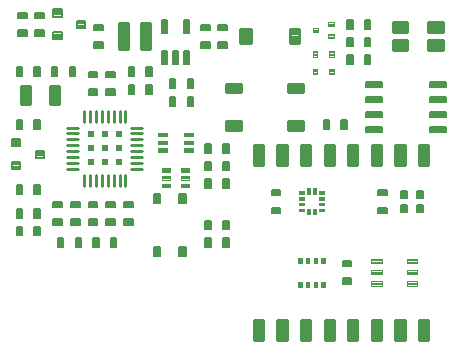
<source format=gbr>
G04 EAGLE Gerber RS-274X export*
G75*
%MOMM*%
%FSLAX34Y34*%
%LPD*%
%INSolderpaste Top*%
%IPPOS*%
%AMOC8*
5,1,8,0,0,1.08239X$1,22.5*%
G01*
%ADD10C,0.150000*%
%ADD11C,0.125000*%
%ADD12C,0.275000*%
%ADD13C,0.262500*%
%ADD14C,0.300000*%
%ADD15C,0.200000*%
%ADD16C,0.175000*%
%ADD17C,0.250000*%
%ADD18C,0.087500*%
%ADD19C,0.100000*%
%ADD20C,0.137500*%
%ADD21C,0.260000*%
%ADD22R,0.600000X0.600000*%
%ADD23C,0.062500*%
%ADD24C,0.162500*%


D10*
X71250Y220250D02*
X71250Y224750D01*
X78750Y224750D01*
X78750Y220250D01*
X71250Y220250D01*
X71250Y221675D02*
X78750Y221675D01*
X78750Y223100D02*
X71250Y223100D01*
X71250Y224525D02*
X78750Y224525D01*
X71250Y235250D02*
X71250Y239750D01*
X78750Y239750D01*
X78750Y235250D01*
X71250Y235250D01*
X71250Y236675D02*
X78750Y236675D01*
X78750Y238100D02*
X71250Y238100D01*
X71250Y239525D02*
X78750Y239525D01*
X76250Y260250D02*
X76250Y264750D01*
X83750Y264750D01*
X83750Y260250D01*
X76250Y260250D01*
X76250Y261675D02*
X83750Y261675D01*
X83750Y263100D02*
X76250Y263100D01*
X76250Y264525D02*
X83750Y264525D01*
X76250Y275250D02*
X76250Y279750D01*
X83750Y279750D01*
X83750Y275250D01*
X76250Y275250D01*
X76250Y276675D02*
X83750Y276675D01*
X83750Y278100D02*
X76250Y278100D01*
X76250Y279525D02*
X83750Y279525D01*
X173750Y279750D02*
X173750Y275250D01*
X166250Y275250D01*
X166250Y279750D01*
X173750Y279750D01*
X173750Y276675D02*
X166250Y276675D01*
X166250Y278100D02*
X173750Y278100D01*
X173750Y279525D02*
X166250Y279525D01*
X173750Y264750D02*
X173750Y260250D01*
X166250Y260250D01*
X166250Y264750D01*
X173750Y264750D01*
X173750Y261675D02*
X166250Y261675D01*
X166250Y263100D02*
X173750Y263100D01*
X173750Y264525D02*
X166250Y264525D01*
X188750Y275250D02*
X188750Y279750D01*
X188750Y275250D02*
X181250Y275250D01*
X181250Y279750D01*
X188750Y279750D01*
X188750Y276675D02*
X181250Y276675D01*
X181250Y278100D02*
X188750Y278100D01*
X188750Y279525D02*
X181250Y279525D01*
X188750Y264750D02*
X188750Y260250D01*
X181250Y260250D01*
X181250Y264750D01*
X188750Y264750D01*
X188750Y261675D02*
X181250Y261675D01*
X181250Y263100D02*
X188750Y263100D01*
X188750Y264525D02*
X181250Y264525D01*
X185250Y106250D02*
X189750Y106250D01*
X185250Y106250D02*
X185250Y113750D01*
X189750Y113750D01*
X189750Y106250D01*
X189750Y107675D02*
X185250Y107675D01*
X185250Y109100D02*
X189750Y109100D01*
X189750Y110525D02*
X185250Y110525D01*
X185250Y111950D02*
X189750Y111950D01*
X189750Y113375D02*
X185250Y113375D01*
X174750Y106250D02*
X170250Y106250D01*
X170250Y113750D01*
X174750Y113750D01*
X174750Y106250D01*
X174750Y107675D02*
X170250Y107675D01*
X170250Y109100D02*
X174750Y109100D01*
X174750Y110525D02*
X170250Y110525D01*
X170250Y111950D02*
X174750Y111950D01*
X174750Y113375D02*
X170250Y113375D01*
X185250Y91250D02*
X189750Y91250D01*
X185250Y91250D02*
X185250Y98750D01*
X189750Y98750D01*
X189750Y91250D01*
X189750Y92675D02*
X185250Y92675D01*
X185250Y94100D02*
X189750Y94100D01*
X189750Y95525D02*
X185250Y95525D01*
X185250Y96950D02*
X189750Y96950D01*
X189750Y98375D02*
X185250Y98375D01*
X174750Y91250D02*
X170250Y91250D01*
X170250Y98750D01*
X174750Y98750D01*
X174750Y91250D01*
X174750Y92675D02*
X170250Y92675D01*
X170250Y94100D02*
X174750Y94100D01*
X174750Y95525D02*
X170250Y95525D01*
X170250Y96950D02*
X174750Y96950D01*
X174750Y98375D02*
X170250Y98375D01*
X59750Y236250D02*
X55250Y236250D01*
X55250Y243750D01*
X59750Y243750D01*
X59750Y236250D01*
X59750Y237675D02*
X55250Y237675D01*
X55250Y239100D02*
X59750Y239100D01*
X59750Y240525D02*
X55250Y240525D01*
X55250Y241950D02*
X59750Y241950D01*
X59750Y243375D02*
X55250Y243375D01*
X44750Y236250D02*
X40250Y236250D01*
X40250Y243750D01*
X44750Y243750D01*
X44750Y236250D01*
X44750Y237675D02*
X40250Y237675D01*
X40250Y239100D02*
X44750Y239100D01*
X44750Y240525D02*
X40250Y240525D01*
X40250Y241950D02*
X44750Y241950D01*
X44750Y243375D02*
X40250Y243375D01*
X48750Y129750D02*
X48750Y125250D01*
X41250Y125250D01*
X41250Y129750D01*
X48750Y129750D01*
X48750Y126675D02*
X41250Y126675D01*
X41250Y128100D02*
X48750Y128100D01*
X48750Y129525D02*
X41250Y129525D01*
X48750Y114750D02*
X48750Y110250D01*
X41250Y110250D01*
X41250Y114750D01*
X48750Y114750D01*
X48750Y111675D02*
X41250Y111675D01*
X41250Y113100D02*
X48750Y113100D01*
X48750Y114525D02*
X41250Y114525D01*
X63750Y125250D02*
X63750Y129750D01*
X63750Y125250D02*
X56250Y125250D01*
X56250Y129750D01*
X63750Y129750D01*
X63750Y126675D02*
X56250Y126675D01*
X56250Y128100D02*
X63750Y128100D01*
X63750Y129525D02*
X56250Y129525D01*
X63750Y114750D02*
X63750Y110250D01*
X56250Y110250D01*
X56250Y114750D01*
X63750Y114750D01*
X63750Y111675D02*
X56250Y111675D01*
X56250Y113100D02*
X63750Y113100D01*
X63750Y114525D02*
X56250Y114525D01*
X14750Y243750D02*
X10250Y243750D01*
X14750Y243750D02*
X14750Y236250D01*
X10250Y236250D01*
X10250Y243750D01*
X10250Y237675D02*
X14750Y237675D01*
X14750Y239100D02*
X10250Y239100D01*
X10250Y240525D02*
X14750Y240525D01*
X14750Y241950D02*
X10250Y241950D01*
X10250Y243375D02*
X14750Y243375D01*
X25250Y243750D02*
X29750Y243750D01*
X29750Y236250D01*
X25250Y236250D01*
X25250Y243750D01*
X25250Y237675D02*
X29750Y237675D01*
X29750Y239100D02*
X25250Y239100D01*
X25250Y240525D02*
X29750Y240525D01*
X29750Y241950D02*
X25250Y241950D01*
X25250Y243375D02*
X29750Y243375D01*
X86250Y224750D02*
X86250Y220250D01*
X86250Y224750D02*
X93750Y224750D01*
X93750Y220250D01*
X86250Y220250D01*
X86250Y221675D02*
X93750Y221675D01*
X93750Y223100D02*
X86250Y223100D01*
X86250Y224525D02*
X93750Y224525D01*
X86250Y235250D02*
X86250Y239750D01*
X93750Y239750D01*
X93750Y235250D01*
X86250Y235250D01*
X86250Y236675D02*
X93750Y236675D01*
X93750Y238100D02*
X86250Y238100D01*
X86250Y239525D02*
X93750Y239525D01*
X120250Y221250D02*
X124750Y221250D01*
X120250Y221250D02*
X120250Y228750D01*
X124750Y228750D01*
X124750Y221250D01*
X124750Y222675D02*
X120250Y222675D01*
X120250Y224100D02*
X124750Y224100D01*
X124750Y225525D02*
X120250Y225525D01*
X120250Y226950D02*
X124750Y226950D01*
X124750Y228375D02*
X120250Y228375D01*
X109750Y221250D02*
X105250Y221250D01*
X105250Y228750D01*
X109750Y228750D01*
X109750Y221250D01*
X109750Y222675D02*
X105250Y222675D01*
X105250Y224100D02*
X109750Y224100D01*
X109750Y225525D02*
X105250Y225525D01*
X105250Y226950D02*
X109750Y226950D01*
X109750Y228375D02*
X105250Y228375D01*
X11250Y270250D02*
X11250Y274750D01*
X18750Y274750D01*
X18750Y270250D01*
X11250Y270250D01*
X11250Y271675D02*
X18750Y271675D01*
X18750Y273100D02*
X11250Y273100D01*
X11250Y274525D02*
X18750Y274525D01*
X11250Y285250D02*
X11250Y289750D01*
X18750Y289750D01*
X18750Y285250D01*
X11250Y285250D01*
X11250Y286675D02*
X18750Y286675D01*
X18750Y288100D02*
X11250Y288100D01*
X11250Y289525D02*
X18750Y289525D01*
X26250Y274750D02*
X26250Y270250D01*
X26250Y274750D02*
X33750Y274750D01*
X33750Y270250D01*
X26250Y270250D01*
X26250Y271675D02*
X33750Y271675D01*
X33750Y273100D02*
X26250Y273100D01*
X26250Y274525D02*
X33750Y274525D01*
X26250Y285250D02*
X26250Y289750D01*
X33750Y289750D01*
X33750Y285250D01*
X26250Y285250D01*
X26250Y286675D02*
X33750Y286675D01*
X33750Y288100D02*
X26250Y288100D01*
X26250Y289525D02*
X33750Y289525D01*
D11*
X275125Y257375D02*
X278875Y257375D01*
X278875Y252625D01*
X275125Y252625D01*
X275125Y257375D01*
X275125Y253812D02*
X278875Y253812D01*
X278875Y254999D02*
X275125Y254999D01*
X275125Y256186D02*
X278875Y256186D01*
X278875Y257373D02*
X275125Y257373D01*
X264875Y257375D02*
X261125Y257375D01*
X264875Y257375D02*
X264875Y252625D01*
X261125Y252625D01*
X261125Y257375D01*
X261125Y253812D02*
X264875Y253812D01*
X264875Y254999D02*
X261125Y254999D01*
X261125Y256186D02*
X264875Y256186D01*
X264875Y257373D02*
X261125Y257373D01*
X275125Y242375D02*
X278875Y242375D01*
X278875Y237625D01*
X275125Y237625D01*
X275125Y242375D01*
X275125Y238812D02*
X278875Y238812D01*
X278875Y239999D02*
X275125Y239999D01*
X275125Y241186D02*
X278875Y241186D01*
X278875Y242373D02*
X275125Y242373D01*
X264875Y242375D02*
X261125Y242375D01*
X264875Y242375D02*
X264875Y237625D01*
X261125Y237625D01*
X261125Y242375D01*
X261125Y238812D02*
X264875Y238812D01*
X264875Y239999D02*
X261125Y239999D01*
X261125Y241186D02*
X264875Y241186D01*
X264875Y242373D02*
X261125Y242373D01*
D12*
X341125Y273375D02*
X341125Y281625D01*
X341125Y273375D02*
X328875Y273375D01*
X328875Y281625D01*
X341125Y281625D01*
X341125Y275987D02*
X328875Y275987D01*
X328875Y278599D02*
X341125Y278599D01*
X341125Y281211D02*
X328875Y281211D01*
X341125Y266625D02*
X341125Y258375D01*
X328875Y258375D01*
X328875Y266625D01*
X341125Y266625D01*
X341125Y260987D02*
X328875Y260987D01*
X328875Y263599D02*
X341125Y263599D01*
X341125Y266211D02*
X328875Y266211D01*
X371125Y266625D02*
X371125Y258375D01*
X358875Y258375D01*
X358875Y266625D01*
X371125Y266625D01*
X371125Y260987D02*
X358875Y260987D01*
X358875Y263599D02*
X371125Y263599D01*
X371125Y266211D02*
X358875Y266211D01*
X371125Y273375D02*
X371125Y281625D01*
X371125Y273375D02*
X358875Y273375D01*
X358875Y281625D01*
X371125Y281625D01*
X371125Y275987D02*
X358875Y275987D01*
X358875Y278599D02*
X371125Y278599D01*
X371125Y281211D02*
X358875Y281211D01*
D10*
X78750Y129750D02*
X78750Y125250D01*
X71250Y125250D01*
X71250Y129750D01*
X78750Y129750D01*
X78750Y126675D02*
X71250Y126675D01*
X71250Y128100D02*
X78750Y128100D01*
X78750Y129525D02*
X71250Y129525D01*
X78750Y114750D02*
X78750Y110250D01*
X71250Y110250D01*
X71250Y114750D01*
X78750Y114750D01*
X78750Y111675D02*
X71250Y111675D01*
X71250Y113100D02*
X78750Y113100D01*
X78750Y114525D02*
X71250Y114525D01*
D13*
X96812Y259312D02*
X104688Y259312D01*
X96812Y259312D02*
X96812Y280688D01*
X104688Y280688D01*
X104688Y259312D01*
X104688Y261806D02*
X96812Y261806D01*
X96812Y264300D02*
X104688Y264300D01*
X104688Y266794D02*
X96812Y266794D01*
X96812Y269288D02*
X104688Y269288D01*
X104688Y271782D02*
X96812Y271782D01*
X96812Y274276D02*
X104688Y274276D01*
X104688Y276770D02*
X96812Y276770D01*
X96812Y279264D02*
X104688Y279264D01*
X115312Y259312D02*
X123188Y259312D01*
X115312Y259312D02*
X115312Y280688D01*
X123188Y280688D01*
X123188Y259312D01*
X123188Y261806D02*
X115312Y261806D01*
X115312Y264300D02*
X123188Y264300D01*
X123188Y266794D02*
X115312Y266794D01*
X115312Y269288D02*
X123188Y269288D01*
X123188Y271782D02*
X115312Y271782D01*
X115312Y274276D02*
X123188Y274276D01*
X123188Y276770D02*
X115312Y276770D01*
X115312Y279264D02*
X123188Y279264D01*
D14*
X200000Y264500D02*
X209000Y264500D01*
X200000Y264500D02*
X200000Y275500D01*
X209000Y275500D01*
X209000Y264500D01*
X209000Y267350D02*
X200000Y267350D01*
X200000Y270200D02*
X209000Y270200D01*
X209000Y273050D02*
X200000Y273050D01*
D12*
X241375Y264375D02*
X249625Y264375D01*
X241375Y264375D02*
X241375Y275625D01*
X249625Y275625D01*
X249625Y264375D01*
X249625Y266987D02*
X241375Y266987D01*
X241375Y269599D02*
X249625Y269599D01*
X249625Y272211D02*
X241375Y272211D01*
X241375Y274823D02*
X249625Y274823D01*
D15*
X48500Y286500D02*
X41500Y286500D01*
X41500Y292500D01*
X48500Y292500D01*
X48500Y286500D01*
X48500Y288400D02*
X41500Y288400D01*
X41500Y290300D02*
X48500Y290300D01*
X48500Y292200D02*
X41500Y292200D01*
X41500Y267500D02*
X48500Y267500D01*
X41500Y267500D02*
X41500Y273500D01*
X48500Y273500D01*
X48500Y267500D01*
X48500Y269400D02*
X41500Y269400D01*
X41500Y271300D02*
X48500Y271300D01*
X48500Y273200D02*
X41500Y273200D01*
X61500Y277000D02*
X68500Y277000D01*
X61500Y277000D02*
X61500Y283000D01*
X68500Y283000D01*
X68500Y277000D01*
X68500Y278900D02*
X61500Y278900D01*
X61500Y280800D02*
X68500Y280800D01*
X68500Y282700D02*
X61500Y282700D01*
D11*
X278875Y271875D02*
X278875Y268125D01*
X274125Y268125D01*
X274125Y271875D01*
X278875Y271875D01*
X278875Y269312D02*
X274125Y269312D01*
X274125Y270499D02*
X278875Y270499D01*
X278875Y271686D02*
X274125Y271686D01*
X278875Y278125D02*
X278875Y281875D01*
X278875Y278125D02*
X274125Y278125D01*
X274125Y281875D01*
X278875Y281875D01*
X278875Y279312D02*
X274125Y279312D01*
X274125Y280499D02*
X278875Y280499D01*
X278875Y281686D02*
X274125Y281686D01*
X265875Y276875D02*
X265875Y273125D01*
X261125Y273125D01*
X261125Y276875D01*
X265875Y276875D01*
X265875Y274312D02*
X261125Y274312D01*
X261125Y275499D02*
X265875Y275499D01*
X265875Y276686D02*
X261125Y276686D01*
D10*
X29750Y191250D02*
X25250Y191250D01*
X25250Y198750D01*
X29750Y198750D01*
X29750Y191250D01*
X29750Y192675D02*
X25250Y192675D01*
X25250Y194100D02*
X29750Y194100D01*
X29750Y195525D02*
X25250Y195525D01*
X25250Y196950D02*
X29750Y196950D01*
X29750Y198375D02*
X25250Y198375D01*
X14750Y191250D02*
X10250Y191250D01*
X10250Y198750D01*
X14750Y198750D01*
X14750Y191250D01*
X14750Y192675D02*
X10250Y192675D01*
X10250Y194100D02*
X14750Y194100D01*
X14750Y195525D02*
X10250Y195525D01*
X10250Y196950D02*
X14750Y196950D01*
X14750Y198375D02*
X10250Y198375D01*
X170250Y148750D02*
X174750Y148750D01*
X174750Y141250D01*
X170250Y141250D01*
X170250Y148750D01*
X170250Y142675D02*
X174750Y142675D01*
X174750Y144100D02*
X170250Y144100D01*
X170250Y145525D02*
X174750Y145525D01*
X174750Y146950D02*
X170250Y146950D01*
X170250Y148375D02*
X174750Y148375D01*
X185250Y148750D02*
X189750Y148750D01*
X189750Y141250D01*
X185250Y141250D01*
X185250Y148750D01*
X185250Y142675D02*
X189750Y142675D01*
X189750Y144100D02*
X185250Y144100D01*
X185250Y145525D02*
X189750Y145525D01*
X189750Y146950D02*
X185250Y146950D01*
X185250Y148375D02*
X189750Y148375D01*
X93750Y129750D02*
X93750Y125250D01*
X86250Y125250D01*
X86250Y129750D01*
X93750Y129750D01*
X93750Y126675D02*
X86250Y126675D01*
X86250Y128100D02*
X93750Y128100D01*
X93750Y129525D02*
X86250Y129525D01*
X93750Y114750D02*
X93750Y110250D01*
X86250Y110250D01*
X86250Y114750D01*
X93750Y114750D01*
X93750Y111675D02*
X86250Y111675D01*
X86250Y113100D02*
X93750Y113100D01*
X93750Y114525D02*
X86250Y114525D01*
X108750Y125250D02*
X108750Y129750D01*
X108750Y125250D02*
X101250Y125250D01*
X101250Y129750D01*
X108750Y129750D01*
X108750Y126675D02*
X101250Y126675D01*
X101250Y128100D02*
X108750Y128100D01*
X108750Y129525D02*
X101250Y129525D01*
X108750Y114750D02*
X108750Y110250D01*
X101250Y110250D01*
X101250Y114750D01*
X108750Y114750D01*
X108750Y111675D02*
X101250Y111675D01*
X101250Y113100D02*
X108750Y113100D01*
X108750Y114525D02*
X101250Y114525D01*
X79750Y98750D02*
X75250Y98750D01*
X79750Y98750D02*
X79750Y91250D01*
X75250Y91250D01*
X75250Y98750D01*
X75250Y92675D02*
X79750Y92675D01*
X79750Y94100D02*
X75250Y94100D01*
X75250Y95525D02*
X79750Y95525D01*
X79750Y96950D02*
X75250Y96950D01*
X75250Y98375D02*
X79750Y98375D01*
X90250Y98750D02*
X94750Y98750D01*
X94750Y91250D01*
X90250Y91250D01*
X90250Y98750D01*
X90250Y92675D02*
X94750Y92675D01*
X94750Y94100D02*
X90250Y94100D01*
X90250Y95525D02*
X94750Y95525D01*
X94750Y96950D02*
X90250Y96950D01*
X90250Y98375D02*
X94750Y98375D01*
X64750Y91250D02*
X60250Y91250D01*
X60250Y98750D01*
X64750Y98750D01*
X64750Y91250D01*
X64750Y92675D02*
X60250Y92675D01*
X60250Y94100D02*
X64750Y94100D01*
X64750Y95525D02*
X60250Y95525D01*
X60250Y96950D02*
X64750Y96950D01*
X64750Y98375D02*
X60250Y98375D01*
X49750Y91250D02*
X45250Y91250D01*
X45250Y98750D01*
X49750Y98750D01*
X49750Y91250D01*
X49750Y92675D02*
X45250Y92675D01*
X45250Y94100D02*
X49750Y94100D01*
X49750Y95525D02*
X45250Y95525D01*
X45250Y96950D02*
X49750Y96950D01*
X49750Y98375D02*
X45250Y98375D01*
X290250Y253750D02*
X294750Y253750D01*
X294750Y246250D01*
X290250Y246250D01*
X290250Y253750D01*
X290250Y247675D02*
X294750Y247675D01*
X294750Y249100D02*
X290250Y249100D01*
X290250Y250525D02*
X294750Y250525D01*
X294750Y251950D02*
X290250Y251950D01*
X290250Y253375D02*
X294750Y253375D01*
X305250Y253750D02*
X309750Y253750D01*
X309750Y246250D01*
X305250Y246250D01*
X305250Y253750D01*
X305250Y247675D02*
X309750Y247675D01*
X309750Y249100D02*
X305250Y249100D01*
X305250Y250525D02*
X309750Y250525D01*
X309750Y251950D02*
X305250Y251950D01*
X305250Y253375D02*
X309750Y253375D01*
X309750Y276250D02*
X305250Y276250D01*
X305250Y283750D01*
X309750Y283750D01*
X309750Y276250D01*
X309750Y277675D02*
X305250Y277675D01*
X305250Y279100D02*
X309750Y279100D01*
X309750Y280525D02*
X305250Y280525D01*
X305250Y281950D02*
X309750Y281950D01*
X309750Y283375D02*
X305250Y283375D01*
X294750Y276250D02*
X290250Y276250D01*
X290250Y283750D01*
X294750Y283750D01*
X294750Y276250D01*
X294750Y277675D02*
X290250Y277675D01*
X290250Y279100D02*
X294750Y279100D01*
X294750Y280525D02*
X290250Y280525D01*
X290250Y281950D02*
X294750Y281950D01*
X294750Y283375D02*
X290250Y283375D01*
X305250Y261250D02*
X309750Y261250D01*
X305250Y261250D02*
X305250Y268750D01*
X309750Y268750D01*
X309750Y261250D01*
X309750Y262675D02*
X305250Y262675D01*
X305250Y264100D02*
X309750Y264100D01*
X309750Y265525D02*
X305250Y265525D01*
X305250Y266950D02*
X309750Y266950D01*
X309750Y268375D02*
X305250Y268375D01*
X294750Y261250D02*
X290250Y261250D01*
X290250Y268750D01*
X294750Y268750D01*
X294750Y261250D01*
X294750Y262675D02*
X290250Y262675D01*
X290250Y264100D02*
X294750Y264100D01*
X294750Y265525D02*
X290250Y265525D01*
X290250Y266950D02*
X294750Y266950D01*
X294750Y268375D02*
X290250Y268375D01*
X124750Y236250D02*
X120250Y236250D01*
X120250Y243750D01*
X124750Y243750D01*
X124750Y236250D01*
X124750Y237675D02*
X120250Y237675D01*
X120250Y239100D02*
X124750Y239100D01*
X124750Y240525D02*
X120250Y240525D01*
X120250Y241950D02*
X124750Y241950D01*
X124750Y243375D02*
X120250Y243375D01*
X109750Y236250D02*
X105250Y236250D01*
X105250Y243750D01*
X109750Y243750D01*
X109750Y236250D01*
X109750Y237675D02*
X105250Y237675D01*
X105250Y239100D02*
X109750Y239100D01*
X109750Y240525D02*
X105250Y240525D01*
X105250Y241950D02*
X109750Y241950D01*
X109750Y243375D02*
X105250Y243375D01*
X140050Y218350D02*
X144550Y218350D01*
X144550Y210850D01*
X140050Y210850D01*
X140050Y218350D01*
X140050Y212275D02*
X144550Y212275D01*
X144550Y213700D02*
X140050Y213700D01*
X140050Y215125D02*
X144550Y215125D01*
X144550Y216550D02*
X140050Y216550D01*
X140050Y217975D02*
X144550Y217975D01*
X155050Y218350D02*
X159550Y218350D01*
X159550Y210850D01*
X155050Y210850D01*
X155050Y218350D01*
X155050Y212275D02*
X159550Y212275D01*
X159550Y213700D02*
X155050Y213700D01*
X155050Y215125D02*
X159550Y215125D01*
X159550Y216550D02*
X155050Y216550D01*
X155050Y217975D02*
X159550Y217975D01*
X270250Y198750D02*
X274750Y198750D01*
X274750Y191250D01*
X270250Y191250D01*
X270250Y198750D01*
X270250Y192675D02*
X274750Y192675D01*
X274750Y194100D02*
X270250Y194100D01*
X270250Y195525D02*
X274750Y195525D01*
X274750Y196950D02*
X270250Y196950D01*
X270250Y198375D02*
X274750Y198375D01*
X285250Y198750D02*
X289750Y198750D01*
X289750Y191250D01*
X285250Y191250D01*
X285250Y198750D01*
X285250Y192675D02*
X289750Y192675D01*
X289750Y194100D02*
X285250Y194100D01*
X285250Y195525D02*
X289750Y195525D01*
X289750Y196950D02*
X285250Y196950D01*
X285250Y198375D02*
X289750Y198375D01*
X14750Y123750D02*
X10250Y123750D01*
X14750Y123750D02*
X14750Y116250D01*
X10250Y116250D01*
X10250Y123750D01*
X10250Y117675D02*
X14750Y117675D01*
X14750Y119100D02*
X10250Y119100D01*
X10250Y120525D02*
X14750Y120525D01*
X14750Y121950D02*
X10250Y121950D01*
X10250Y123375D02*
X14750Y123375D01*
X25250Y123750D02*
X29750Y123750D01*
X29750Y116250D01*
X25250Y116250D01*
X25250Y123750D01*
X25250Y117675D02*
X29750Y117675D01*
X29750Y119100D02*
X25250Y119100D01*
X25250Y120525D02*
X29750Y120525D01*
X29750Y121950D02*
X25250Y121950D01*
X25250Y123375D02*
X29750Y123375D01*
X14750Y108750D02*
X10250Y108750D01*
X14750Y108750D02*
X14750Y101250D01*
X10250Y101250D01*
X10250Y108750D01*
X10250Y102675D02*
X14750Y102675D01*
X14750Y104100D02*
X10250Y104100D01*
X10250Y105525D02*
X14750Y105525D01*
X14750Y106950D02*
X10250Y106950D01*
X10250Y108375D02*
X14750Y108375D01*
X25250Y108750D02*
X29750Y108750D01*
X29750Y101250D01*
X25250Y101250D01*
X25250Y108750D01*
X25250Y102675D02*
X29750Y102675D01*
X29750Y104100D02*
X25250Y104100D01*
X25250Y105525D02*
X29750Y105525D01*
X29750Y106950D02*
X25250Y106950D01*
X25250Y108375D02*
X29750Y108375D01*
X185250Y171250D02*
X189750Y171250D01*
X185250Y171250D02*
X185250Y178750D01*
X189750Y178750D01*
X189750Y171250D01*
X189750Y172675D02*
X185250Y172675D01*
X185250Y174100D02*
X189750Y174100D01*
X189750Y175525D02*
X185250Y175525D01*
X185250Y176950D02*
X189750Y176950D01*
X189750Y178375D02*
X185250Y178375D01*
X174750Y171250D02*
X170250Y171250D01*
X170250Y178750D01*
X174750Y178750D01*
X174750Y171250D01*
X174750Y172675D02*
X170250Y172675D01*
X170250Y174100D02*
X174750Y174100D01*
X174750Y175525D02*
X170250Y175525D01*
X170250Y176950D02*
X174750Y176950D01*
X174750Y178375D02*
X170250Y178375D01*
X144750Y233750D02*
X140250Y233750D01*
X144750Y233750D02*
X144750Y226250D01*
X140250Y226250D01*
X140250Y233750D01*
X140250Y227675D02*
X144750Y227675D01*
X144750Y229100D02*
X140250Y229100D01*
X140250Y230525D02*
X144750Y230525D01*
X144750Y231950D02*
X140250Y231950D01*
X140250Y233375D02*
X144750Y233375D01*
X155250Y233750D02*
X159750Y233750D01*
X159750Y226250D01*
X155250Y226250D01*
X155250Y233750D01*
X155250Y227675D02*
X159750Y227675D01*
X159750Y229100D02*
X155250Y229100D01*
X155250Y230525D02*
X159750Y230525D01*
X159750Y231950D02*
X155250Y231950D01*
X155250Y233375D02*
X159750Y233375D01*
X170250Y163750D02*
X174750Y163750D01*
X174750Y156250D01*
X170250Y156250D01*
X170250Y163750D01*
X170250Y157675D02*
X174750Y157675D01*
X174750Y159100D02*
X170250Y159100D01*
X170250Y160525D02*
X174750Y160525D01*
X174750Y161950D02*
X170250Y161950D01*
X170250Y163375D02*
X174750Y163375D01*
X185250Y163750D02*
X189750Y163750D01*
X189750Y156250D01*
X185250Y156250D01*
X185250Y163750D01*
X185250Y157675D02*
X189750Y157675D01*
X189750Y159100D02*
X185250Y159100D01*
X185250Y160525D02*
X189750Y160525D01*
X189750Y161950D02*
X185250Y161950D01*
X185250Y163375D02*
X189750Y163375D01*
D16*
X153375Y91625D02*
X153375Y83375D01*
X148125Y83375D01*
X148125Y91625D01*
X153375Y91625D01*
X153375Y85037D02*
X148125Y85037D01*
X148125Y86699D02*
X153375Y86699D01*
X153375Y88361D02*
X148125Y88361D01*
X148125Y90023D02*
X153375Y90023D01*
X153375Y128375D02*
X153375Y136625D01*
X153375Y128375D02*
X148125Y128375D01*
X148125Y136625D01*
X153375Y136625D01*
X153375Y130037D02*
X148125Y130037D01*
X148125Y131699D02*
X153375Y131699D01*
X153375Y133361D02*
X148125Y133361D01*
X148125Y135023D02*
X153375Y135023D01*
X131875Y136625D02*
X131875Y128375D01*
X126625Y128375D01*
X126625Y136625D01*
X131875Y136625D01*
X131875Y130037D02*
X126625Y130037D01*
X126625Y131699D02*
X131875Y131699D01*
X131875Y133361D02*
X126625Y133361D01*
X126625Y135023D02*
X131875Y135023D01*
X131875Y91625D02*
X131875Y83375D01*
X126625Y83375D01*
X126625Y91625D01*
X131875Y91625D01*
X131875Y85037D02*
X126625Y85037D01*
X126625Y86699D02*
X131875Y86699D01*
X131875Y88361D02*
X126625Y88361D01*
X126625Y90023D02*
X131875Y90023D01*
D17*
X187250Y190250D02*
X200250Y190250D01*
X187250Y190250D02*
X187250Y197750D01*
X200250Y197750D01*
X200250Y190250D01*
X200250Y192625D02*
X187250Y192625D01*
X187250Y195000D02*
X200250Y195000D01*
X200250Y197375D02*
X187250Y197375D01*
X239750Y190250D02*
X252750Y190250D01*
X239750Y190250D02*
X239750Y197750D01*
X252750Y197750D01*
X252750Y190250D01*
X252750Y192625D02*
X239750Y192625D01*
X239750Y195000D02*
X252750Y195000D01*
X252750Y197375D02*
X239750Y197375D01*
X239750Y222250D02*
X252750Y222250D01*
X239750Y222250D02*
X239750Y229750D01*
X252750Y229750D01*
X252750Y222250D01*
X252750Y224625D02*
X239750Y224625D01*
X239750Y227000D02*
X252750Y227000D01*
X252750Y229375D02*
X239750Y229375D01*
X200250Y222250D02*
X187250Y222250D01*
X187250Y229750D01*
X200250Y229750D01*
X200250Y222250D01*
X200250Y224625D02*
X187250Y224625D01*
X187250Y227000D02*
X200250Y227000D01*
X200250Y229375D02*
X187250Y229375D01*
D18*
X130187Y187813D02*
X130187Y185187D01*
X130187Y187813D02*
X137813Y187813D01*
X137813Y185187D01*
X130187Y185187D01*
X130187Y186018D02*
X137813Y186018D01*
X137813Y186849D02*
X130187Y186849D01*
X130187Y187680D02*
X137813Y187680D01*
X130187Y181313D02*
X130187Y178687D01*
X130187Y181313D02*
X137813Y181313D01*
X137813Y178687D01*
X130187Y178687D01*
X130187Y179518D02*
X137813Y179518D01*
X137813Y180349D02*
X130187Y180349D01*
X130187Y181180D02*
X137813Y181180D01*
X130187Y174813D02*
X130187Y172187D01*
X130187Y174813D02*
X137813Y174813D01*
X137813Y172187D01*
X130187Y172187D01*
X130187Y173018D02*
X137813Y173018D01*
X137813Y173849D02*
X130187Y173849D01*
X130187Y174680D02*
X137813Y174680D01*
X152187Y174813D02*
X152187Y172187D01*
X152187Y174813D02*
X159813Y174813D01*
X159813Y172187D01*
X152187Y172187D01*
X152187Y173018D02*
X159813Y173018D01*
X159813Y173849D02*
X152187Y173849D01*
X152187Y174680D02*
X159813Y174680D01*
X152187Y178687D02*
X152187Y181313D01*
X159813Y181313D01*
X159813Y178687D01*
X152187Y178687D01*
X152187Y179518D02*
X159813Y179518D01*
X159813Y180349D02*
X152187Y180349D01*
X152187Y181180D02*
X159813Y181180D01*
X152187Y185187D02*
X152187Y187813D01*
X159813Y187813D01*
X159813Y185187D01*
X152187Y185187D01*
X152187Y186018D02*
X159813Y186018D01*
X159813Y186849D02*
X152187Y186849D01*
X152187Y187680D02*
X159813Y187680D01*
D19*
X133500Y158000D02*
X133500Y155000D01*
X133500Y158000D02*
X140500Y158000D01*
X140500Y155000D01*
X133500Y155000D01*
X133500Y155950D02*
X140500Y155950D01*
X140500Y156900D02*
X133500Y156900D01*
X133500Y157850D02*
X140500Y157850D01*
X133500Y151500D02*
X133500Y148500D01*
X133500Y151500D02*
X140500Y151500D01*
X140500Y148500D01*
X133500Y148500D01*
X133500Y149450D02*
X140500Y149450D01*
X140500Y150400D02*
X133500Y150400D01*
X133500Y151350D02*
X140500Y151350D01*
X133500Y145000D02*
X133500Y142000D01*
X133500Y145000D02*
X140500Y145000D01*
X140500Y142000D01*
X133500Y142000D01*
X133500Y142950D02*
X140500Y142950D01*
X140500Y143900D02*
X133500Y143900D01*
X133500Y144850D02*
X140500Y144850D01*
X149500Y145000D02*
X149500Y142000D01*
X149500Y145000D02*
X156500Y145000D01*
X156500Y142000D01*
X149500Y142000D01*
X149500Y142950D02*
X156500Y142950D01*
X156500Y143900D02*
X149500Y143900D01*
X149500Y144850D02*
X156500Y144850D01*
X149500Y148500D02*
X149500Y151500D01*
X156500Y151500D01*
X156500Y148500D01*
X149500Y148500D01*
X149500Y149450D02*
X156500Y149450D01*
X156500Y150400D02*
X149500Y150400D01*
X149500Y151350D02*
X156500Y151350D01*
X149500Y155000D02*
X149500Y158000D01*
X156500Y158000D01*
X156500Y155000D01*
X149500Y155000D01*
X149500Y155950D02*
X156500Y155950D01*
X156500Y156900D02*
X149500Y156900D01*
X149500Y157850D02*
X156500Y157850D01*
D20*
X137563Y246686D02*
X133437Y246686D01*
X133437Y257312D01*
X137563Y257312D01*
X137563Y246686D01*
X137563Y247992D02*
X133437Y247992D01*
X133437Y249298D02*
X137563Y249298D01*
X137563Y250604D02*
X133437Y250604D01*
X133437Y251910D02*
X137563Y251910D01*
X137563Y253216D02*
X133437Y253216D01*
X133437Y254522D02*
X137563Y254522D01*
X137563Y255828D02*
X133437Y255828D01*
X133437Y257134D02*
X137563Y257134D01*
X142937Y246686D02*
X147063Y246686D01*
X142937Y246686D02*
X142937Y257312D01*
X147063Y257312D01*
X147063Y246686D01*
X147063Y247992D02*
X142937Y247992D01*
X142937Y249298D02*
X147063Y249298D01*
X147063Y250604D02*
X142937Y250604D01*
X142937Y251910D02*
X147063Y251910D01*
X147063Y253216D02*
X142937Y253216D01*
X142937Y254522D02*
X147063Y254522D01*
X147063Y255828D02*
X142937Y255828D01*
X142937Y257134D02*
X147063Y257134D01*
X152437Y246686D02*
X156563Y246686D01*
X152437Y246686D02*
X152437Y257312D01*
X156563Y257312D01*
X156563Y246686D01*
X156563Y247992D02*
X152437Y247992D01*
X152437Y249298D02*
X156563Y249298D01*
X156563Y250604D02*
X152437Y250604D01*
X152437Y251910D02*
X156563Y251910D01*
X156563Y253216D02*
X152437Y253216D01*
X152437Y254522D02*
X156563Y254522D01*
X156563Y255828D02*
X152437Y255828D01*
X152437Y257134D02*
X156563Y257134D01*
X156563Y272688D02*
X152437Y272688D01*
X152437Y283314D01*
X156563Y283314D01*
X156563Y272688D01*
X156563Y273994D02*
X152437Y273994D01*
X152437Y275300D02*
X156563Y275300D01*
X156563Y276606D02*
X152437Y276606D01*
X152437Y277912D02*
X156563Y277912D01*
X156563Y279218D02*
X152437Y279218D01*
X152437Y280524D02*
X156563Y280524D01*
X156563Y281830D02*
X152437Y281830D01*
X152437Y283136D02*
X156563Y283136D01*
X137563Y272688D02*
X133437Y272688D01*
X133437Y283314D01*
X137563Y283314D01*
X137563Y272688D01*
X137563Y273994D02*
X133437Y273994D01*
X133437Y275300D02*
X137563Y275300D01*
X137563Y276606D02*
X133437Y276606D01*
X133437Y277912D02*
X137563Y277912D01*
X137563Y279218D02*
X133437Y279218D01*
X133437Y280524D02*
X137563Y280524D01*
X137563Y281830D02*
X133437Y281830D01*
X133437Y283136D02*
X137563Y283136D01*
D21*
X62700Y192500D02*
X53300Y192500D01*
X107300Y157500D02*
X116700Y157500D01*
X67500Y152700D02*
X67500Y143300D01*
X102500Y197300D02*
X102500Y206700D01*
X62700Y187500D02*
X53300Y187500D01*
X107300Y162500D02*
X116700Y162500D01*
X72500Y152700D02*
X72500Y143300D01*
X97500Y197300D02*
X97500Y206700D01*
X62700Y182500D02*
X53300Y182500D01*
X107300Y167500D02*
X116700Y167500D01*
X77500Y152700D02*
X77500Y143300D01*
X92500Y197300D02*
X92500Y206700D01*
X62700Y177500D02*
X53300Y177500D01*
X107300Y172500D02*
X116700Y172500D01*
X82500Y152700D02*
X82500Y143300D01*
X87500Y197300D02*
X87500Y206700D01*
X62700Y172500D02*
X53300Y172500D01*
X107300Y177500D02*
X116700Y177500D01*
X87500Y152700D02*
X87500Y143300D01*
X82500Y197300D02*
X82500Y206700D01*
X62700Y167500D02*
X53300Y167500D01*
X107300Y182500D02*
X116700Y182500D01*
X92500Y152700D02*
X92500Y143300D01*
X77500Y197300D02*
X77500Y206700D01*
X62700Y162500D02*
X53300Y162500D01*
X107300Y187500D02*
X116700Y187500D01*
X97500Y152700D02*
X97500Y143300D01*
X72500Y197300D02*
X72500Y206700D01*
X62700Y157500D02*
X53300Y157500D01*
X107300Y192500D02*
X116700Y192500D01*
X102500Y152700D02*
X102500Y143300D01*
X67500Y197300D02*
X67500Y206700D01*
D22*
X85000Y175000D03*
X85000Y187000D03*
X97000Y187000D03*
X97000Y175000D03*
X97000Y163000D03*
X85000Y163000D03*
X73000Y163000D03*
X73000Y175000D03*
X73000Y187000D03*
D10*
X306000Y214100D02*
X306000Y218600D01*
X320000Y218600D01*
X320000Y214100D01*
X306000Y214100D01*
X306000Y215525D02*
X320000Y215525D01*
X320000Y216950D02*
X306000Y216950D01*
X306000Y218375D02*
X320000Y218375D01*
X360000Y218600D02*
X360000Y214100D01*
X360000Y218600D02*
X374000Y218600D01*
X374000Y214100D01*
X360000Y214100D01*
X360000Y215525D02*
X374000Y215525D01*
X374000Y216950D02*
X360000Y216950D01*
X360000Y218375D02*
X374000Y218375D01*
X306000Y226800D02*
X306000Y231300D01*
X320000Y231300D01*
X320000Y226800D01*
X306000Y226800D01*
X306000Y228225D02*
X320000Y228225D01*
X320000Y229650D02*
X306000Y229650D01*
X306000Y231075D02*
X320000Y231075D01*
X306000Y205900D02*
X306000Y201400D01*
X306000Y205900D02*
X320000Y205900D01*
X320000Y201400D01*
X306000Y201400D01*
X306000Y202825D02*
X320000Y202825D01*
X320000Y204250D02*
X306000Y204250D01*
X306000Y205675D02*
X320000Y205675D01*
X306000Y193200D02*
X306000Y188700D01*
X306000Y193200D02*
X320000Y193200D01*
X320000Y188700D01*
X306000Y188700D01*
X306000Y190125D02*
X320000Y190125D01*
X320000Y191550D02*
X306000Y191550D01*
X306000Y192975D02*
X320000Y192975D01*
X360000Y226800D02*
X360000Y231300D01*
X374000Y231300D01*
X374000Y226800D01*
X360000Y226800D01*
X360000Y228225D02*
X374000Y228225D01*
X374000Y229650D02*
X360000Y229650D01*
X360000Y231075D02*
X374000Y231075D01*
X360000Y205900D02*
X360000Y201400D01*
X360000Y205900D02*
X374000Y205900D01*
X374000Y201400D01*
X360000Y201400D01*
X360000Y202825D02*
X374000Y202825D01*
X374000Y204250D02*
X360000Y204250D01*
X360000Y205675D02*
X374000Y205675D01*
X360000Y193200D02*
X360000Y188700D01*
X360000Y193200D02*
X374000Y193200D01*
X374000Y188700D01*
X360000Y188700D01*
X360000Y190125D02*
X374000Y190125D01*
X374000Y191550D02*
X360000Y191550D01*
X360000Y192975D02*
X374000Y192975D01*
D17*
X46250Y227750D02*
X38750Y227750D01*
X46250Y227750D02*
X46250Y212250D01*
X38750Y212250D01*
X38750Y227750D01*
X38750Y214625D02*
X46250Y214625D01*
X46250Y217000D02*
X38750Y217000D01*
X38750Y219375D02*
X46250Y219375D01*
X46250Y221750D02*
X38750Y221750D01*
X38750Y224125D02*
X46250Y224125D01*
X46250Y226500D02*
X38750Y226500D01*
X21250Y227750D02*
X13750Y227750D01*
X21250Y227750D02*
X21250Y212250D01*
X13750Y212250D01*
X13750Y227750D01*
X13750Y214625D02*
X21250Y214625D01*
X21250Y217000D02*
X13750Y217000D01*
X13750Y219375D02*
X21250Y219375D01*
X21250Y221750D02*
X13750Y221750D01*
X13750Y224125D02*
X21250Y224125D01*
X21250Y226500D02*
X13750Y226500D01*
D13*
X351062Y177438D02*
X351062Y160562D01*
X351062Y177438D02*
X358938Y177438D01*
X358938Y160562D01*
X351062Y160562D01*
X351062Y163056D02*
X358938Y163056D01*
X358938Y165550D02*
X351062Y165550D01*
X351062Y168044D02*
X358938Y168044D01*
X358938Y170538D02*
X351062Y170538D01*
X351062Y173032D02*
X358938Y173032D01*
X358938Y175526D02*
X351062Y175526D01*
X331062Y177438D02*
X331062Y160562D01*
X331062Y177438D02*
X338938Y177438D01*
X338938Y160562D01*
X331062Y160562D01*
X331062Y163056D02*
X338938Y163056D01*
X338938Y165550D02*
X331062Y165550D01*
X331062Y168044D02*
X338938Y168044D01*
X338938Y170538D02*
X331062Y170538D01*
X331062Y173032D02*
X338938Y173032D01*
X338938Y175526D02*
X331062Y175526D01*
X311062Y177438D02*
X311062Y160562D01*
X311062Y177438D02*
X318938Y177438D01*
X318938Y160562D01*
X311062Y160562D01*
X311062Y163056D02*
X318938Y163056D01*
X318938Y165550D02*
X311062Y165550D01*
X311062Y168044D02*
X318938Y168044D01*
X318938Y170538D02*
X311062Y170538D01*
X311062Y173032D02*
X318938Y173032D01*
X318938Y175526D02*
X311062Y175526D01*
X291062Y177438D02*
X291062Y160562D01*
X291062Y177438D02*
X298938Y177438D01*
X298938Y160562D01*
X291062Y160562D01*
X291062Y163056D02*
X298938Y163056D01*
X298938Y165550D02*
X291062Y165550D01*
X291062Y168044D02*
X298938Y168044D01*
X298938Y170538D02*
X291062Y170538D01*
X291062Y173032D02*
X298938Y173032D01*
X298938Y175526D02*
X291062Y175526D01*
X271062Y177438D02*
X271062Y160562D01*
X271062Y177438D02*
X278938Y177438D01*
X278938Y160562D01*
X271062Y160562D01*
X271062Y163056D02*
X278938Y163056D01*
X278938Y165550D02*
X271062Y165550D01*
X271062Y168044D02*
X278938Y168044D01*
X278938Y170538D02*
X271062Y170538D01*
X271062Y173032D02*
X278938Y173032D01*
X278938Y175526D02*
X271062Y175526D01*
X251062Y177438D02*
X251062Y160562D01*
X251062Y177438D02*
X258938Y177438D01*
X258938Y160562D01*
X251062Y160562D01*
X251062Y163056D02*
X258938Y163056D01*
X258938Y165550D02*
X251062Y165550D01*
X251062Y168044D02*
X258938Y168044D01*
X258938Y170538D02*
X251062Y170538D01*
X251062Y173032D02*
X258938Y173032D01*
X258938Y175526D02*
X251062Y175526D01*
X231062Y177438D02*
X231062Y160562D01*
X231062Y177438D02*
X238938Y177438D01*
X238938Y160562D01*
X231062Y160562D01*
X231062Y163056D02*
X238938Y163056D01*
X238938Y165550D02*
X231062Y165550D01*
X231062Y168044D02*
X238938Y168044D01*
X238938Y170538D02*
X231062Y170538D01*
X231062Y173032D02*
X238938Y173032D01*
X238938Y175526D02*
X231062Y175526D01*
X211062Y177438D02*
X211062Y160562D01*
X211062Y177438D02*
X218938Y177438D01*
X218938Y160562D01*
X211062Y160562D01*
X211062Y163056D02*
X218938Y163056D01*
X218938Y165550D02*
X211062Y165550D01*
X211062Y168044D02*
X218938Y168044D01*
X218938Y170538D02*
X211062Y170538D01*
X211062Y173032D02*
X218938Y173032D01*
X218938Y175526D02*
X211062Y175526D01*
X218938Y29438D02*
X218938Y12562D01*
X211062Y12562D01*
X211062Y29438D01*
X218938Y29438D01*
X218938Y15056D02*
X211062Y15056D01*
X211062Y17550D02*
X218938Y17550D01*
X218938Y20044D02*
X211062Y20044D01*
X211062Y22538D02*
X218938Y22538D01*
X218938Y25032D02*
X211062Y25032D01*
X211062Y27526D02*
X218938Y27526D01*
X238938Y29438D02*
X238938Y12562D01*
X231062Y12562D01*
X231062Y29438D01*
X238938Y29438D01*
X238938Y15056D02*
X231062Y15056D01*
X231062Y17550D02*
X238938Y17550D01*
X238938Y20044D02*
X231062Y20044D01*
X231062Y22538D02*
X238938Y22538D01*
X238938Y25032D02*
X231062Y25032D01*
X231062Y27526D02*
X238938Y27526D01*
X258938Y29438D02*
X258938Y12562D01*
X251062Y12562D01*
X251062Y29438D01*
X258938Y29438D01*
X258938Y15056D02*
X251062Y15056D01*
X251062Y17550D02*
X258938Y17550D01*
X258938Y20044D02*
X251062Y20044D01*
X251062Y22538D02*
X258938Y22538D01*
X258938Y25032D02*
X251062Y25032D01*
X251062Y27526D02*
X258938Y27526D01*
X278938Y29438D02*
X278938Y12562D01*
X271062Y12562D01*
X271062Y29438D01*
X278938Y29438D01*
X278938Y15056D02*
X271062Y15056D01*
X271062Y17550D02*
X278938Y17550D01*
X278938Y20044D02*
X271062Y20044D01*
X271062Y22538D02*
X278938Y22538D01*
X278938Y25032D02*
X271062Y25032D01*
X271062Y27526D02*
X278938Y27526D01*
X298938Y29438D02*
X298938Y12562D01*
X291062Y12562D01*
X291062Y29438D01*
X298938Y29438D01*
X298938Y15056D02*
X291062Y15056D01*
X291062Y17550D02*
X298938Y17550D01*
X298938Y20044D02*
X291062Y20044D01*
X291062Y22538D02*
X298938Y22538D01*
X298938Y25032D02*
X291062Y25032D01*
X291062Y27526D02*
X298938Y27526D01*
X318938Y29438D02*
X318938Y12562D01*
X311062Y12562D01*
X311062Y29438D01*
X318938Y29438D01*
X318938Y15056D02*
X311062Y15056D01*
X311062Y17550D02*
X318938Y17550D01*
X318938Y20044D02*
X311062Y20044D01*
X311062Y22538D02*
X318938Y22538D01*
X318938Y25032D02*
X311062Y25032D01*
X311062Y27526D02*
X318938Y27526D01*
X338938Y29438D02*
X338938Y12562D01*
X331062Y12562D01*
X331062Y29438D01*
X338938Y29438D01*
X338938Y15056D02*
X331062Y15056D01*
X331062Y17550D02*
X338938Y17550D01*
X338938Y20044D02*
X331062Y20044D01*
X331062Y22538D02*
X338938Y22538D01*
X338938Y25032D02*
X331062Y25032D01*
X331062Y27526D02*
X338938Y27526D01*
X358938Y29438D02*
X358938Y12562D01*
X351062Y12562D01*
X351062Y29438D01*
X358938Y29438D01*
X358938Y15056D02*
X351062Y15056D01*
X351062Y17550D02*
X358938Y17550D01*
X358938Y20044D02*
X351062Y20044D01*
X351062Y22538D02*
X358938Y22538D01*
X358938Y25032D02*
X351062Y25032D01*
X351062Y27526D02*
X358938Y27526D01*
D23*
X253438Y136562D02*
X249062Y136562D01*
X249062Y138438D01*
X253438Y138438D01*
X253438Y136562D01*
X253438Y137156D02*
X249062Y137156D01*
X249062Y137750D02*
X253438Y137750D01*
X253438Y138344D02*
X249062Y138344D01*
X249062Y131562D02*
X253438Y131562D01*
X249062Y131562D02*
X249062Y133438D01*
X253438Y133438D01*
X253438Y131562D01*
X253438Y132156D02*
X249062Y132156D01*
X249062Y132750D02*
X253438Y132750D01*
X253438Y133344D02*
X249062Y133344D01*
X249062Y126562D02*
X253438Y126562D01*
X249062Y126562D02*
X249062Y128438D01*
X253438Y128438D01*
X253438Y126562D01*
X253438Y127156D02*
X249062Y127156D01*
X249062Y127750D02*
X253438Y127750D01*
X253438Y128344D02*
X249062Y128344D01*
X249062Y121562D02*
X253438Y121562D01*
X249062Y121562D02*
X249062Y123438D01*
X253438Y123438D01*
X253438Y121562D01*
X253438Y122156D02*
X249062Y122156D01*
X249062Y122750D02*
X253438Y122750D01*
X253438Y123344D02*
X249062Y123344D01*
X256562Y119062D02*
X258438Y119062D01*
X256562Y119062D02*
X256562Y123438D01*
X258438Y123438D01*
X258438Y119062D01*
X258438Y119656D02*
X256562Y119656D01*
X256562Y120250D02*
X258438Y120250D01*
X258438Y120844D02*
X256562Y120844D01*
X256562Y121438D02*
X258438Y121438D01*
X258438Y122032D02*
X256562Y122032D01*
X256562Y122626D02*
X258438Y122626D01*
X258438Y123220D02*
X256562Y123220D01*
X266562Y123438D02*
X270938Y123438D01*
X270938Y121562D01*
X266562Y121562D01*
X266562Y123438D01*
X266562Y122156D02*
X270938Y122156D01*
X270938Y122750D02*
X266562Y122750D01*
X266562Y123344D02*
X270938Y123344D01*
X270938Y128438D02*
X266562Y128438D01*
X270938Y128438D02*
X270938Y126562D01*
X266562Y126562D01*
X266562Y128438D01*
X266562Y127156D02*
X270938Y127156D01*
X270938Y127750D02*
X266562Y127750D01*
X266562Y128344D02*
X270938Y128344D01*
X270938Y133438D02*
X266562Y133438D01*
X270938Y133438D02*
X270938Y131562D01*
X266562Y131562D01*
X266562Y133438D01*
X266562Y132156D02*
X270938Y132156D01*
X270938Y132750D02*
X266562Y132750D01*
X266562Y133344D02*
X270938Y133344D01*
X270938Y138438D02*
X266562Y138438D01*
X270938Y138438D02*
X270938Y136562D01*
X266562Y136562D01*
X266562Y138438D01*
X266562Y137156D02*
X270938Y137156D01*
X270938Y137750D02*
X266562Y137750D01*
X266562Y138344D02*
X270938Y138344D01*
X263438Y140938D02*
X261562Y140938D01*
X263438Y140938D02*
X263438Y136562D01*
X261562Y136562D01*
X261562Y140938D01*
X261562Y137156D02*
X263438Y137156D01*
X263438Y137750D02*
X261562Y137750D01*
X261562Y138344D02*
X263438Y138344D01*
X263438Y138938D02*
X261562Y138938D01*
X261562Y139532D02*
X263438Y139532D01*
X263438Y140126D02*
X261562Y140126D01*
X261562Y140720D02*
X263438Y140720D01*
X258438Y140938D02*
X256562Y140938D01*
X258438Y140938D02*
X258438Y136562D01*
X256562Y136562D01*
X256562Y140938D01*
X256562Y137156D02*
X258438Y137156D01*
X258438Y137750D02*
X256562Y137750D01*
X256562Y138344D02*
X258438Y138344D01*
X258438Y138938D02*
X256562Y138938D01*
X256562Y139532D02*
X258438Y139532D01*
X258438Y140126D02*
X256562Y140126D01*
X256562Y140720D02*
X258438Y140720D01*
X261562Y119062D02*
X263438Y119062D01*
X261562Y119062D02*
X261562Y123438D01*
X263438Y123438D01*
X263438Y119062D01*
X263438Y119656D02*
X261562Y119656D01*
X261562Y120250D02*
X263438Y120250D01*
X263438Y120844D02*
X261562Y120844D01*
X261562Y121438D02*
X263438Y121438D01*
X263438Y122032D02*
X261562Y122032D01*
X261562Y122626D02*
X263438Y122626D01*
X263438Y123220D02*
X261562Y123220D01*
D10*
X233750Y135250D02*
X233750Y139750D01*
X233750Y135250D02*
X226250Y135250D01*
X226250Y139750D01*
X233750Y139750D01*
X233750Y136675D02*
X226250Y136675D01*
X226250Y138100D02*
X233750Y138100D01*
X233750Y139525D02*
X226250Y139525D01*
X233750Y124750D02*
X233750Y120250D01*
X226250Y120250D01*
X226250Y124750D01*
X233750Y124750D01*
X233750Y121675D02*
X226250Y121675D01*
X226250Y123100D02*
X233750Y123100D01*
X233750Y124525D02*
X226250Y124525D01*
D15*
X13500Y176500D02*
X6500Y176500D01*
X6500Y182500D01*
X13500Y182500D01*
X13500Y176500D01*
X13500Y178400D02*
X6500Y178400D01*
X6500Y180300D02*
X13500Y180300D01*
X13500Y182200D02*
X6500Y182200D01*
X6500Y157500D02*
X13500Y157500D01*
X6500Y157500D02*
X6500Y163500D01*
X13500Y163500D01*
X13500Y157500D01*
X13500Y159400D02*
X6500Y159400D01*
X6500Y161300D02*
X13500Y161300D01*
X13500Y163200D02*
X6500Y163200D01*
X26500Y167000D02*
X33500Y167000D01*
X26500Y167000D02*
X26500Y173000D01*
X33500Y173000D01*
X33500Y167000D01*
X33500Y168900D02*
X26500Y168900D01*
X26500Y170800D02*
X33500Y170800D01*
X33500Y172700D02*
X26500Y172700D01*
D10*
X14750Y143750D02*
X10250Y143750D01*
X14750Y143750D02*
X14750Y136250D01*
X10250Y136250D01*
X10250Y143750D01*
X10250Y137675D02*
X14750Y137675D01*
X14750Y139100D02*
X10250Y139100D01*
X10250Y140525D02*
X14750Y140525D01*
X14750Y141950D02*
X10250Y141950D01*
X10250Y143375D02*
X14750Y143375D01*
X25250Y143750D02*
X29750Y143750D01*
X29750Y136250D01*
X25250Y136250D01*
X25250Y143750D01*
X25250Y137675D02*
X29750Y137675D01*
X29750Y139100D02*
X25250Y139100D01*
X25250Y140525D02*
X29750Y140525D01*
X29750Y141950D02*
X25250Y141950D01*
X25250Y143375D02*
X29750Y143375D01*
D18*
X255437Y78187D02*
X258063Y78187D01*
X255437Y78187D02*
X255437Y82313D01*
X258063Y82313D01*
X258063Y78187D01*
X258063Y79018D02*
X255437Y79018D01*
X255437Y79849D02*
X258063Y79849D01*
X258063Y80680D02*
X255437Y80680D01*
X255437Y81511D02*
X258063Y81511D01*
X261937Y78187D02*
X264563Y78187D01*
X261937Y78187D02*
X261937Y82313D01*
X264563Y82313D01*
X264563Y78187D01*
X264563Y79018D02*
X261937Y79018D01*
X261937Y79849D02*
X264563Y79849D01*
X264563Y80680D02*
X261937Y80680D01*
X261937Y81511D02*
X264563Y81511D01*
X268437Y78187D02*
X271063Y78187D01*
X268437Y78187D02*
X268437Y82313D01*
X271063Y82313D01*
X271063Y78187D01*
X271063Y79018D02*
X268437Y79018D01*
X268437Y79849D02*
X271063Y79849D01*
X271063Y80680D02*
X268437Y80680D01*
X268437Y81511D02*
X271063Y81511D01*
X251563Y78187D02*
X248937Y78187D01*
X248937Y82313D01*
X251563Y82313D01*
X251563Y78187D01*
X251563Y79018D02*
X248937Y79018D01*
X248937Y79849D02*
X251563Y79849D01*
X251563Y80680D02*
X248937Y80680D01*
X248937Y81511D02*
X251563Y81511D01*
X261937Y61813D02*
X264563Y61813D01*
X264563Y57687D01*
X261937Y57687D01*
X261937Y61813D01*
X261937Y58518D02*
X264563Y58518D01*
X264563Y59349D02*
X261937Y59349D01*
X261937Y60180D02*
X264563Y60180D01*
X264563Y61011D02*
X261937Y61011D01*
X258063Y61813D02*
X255437Y61813D01*
X258063Y61813D02*
X258063Y57687D01*
X255437Y57687D01*
X255437Y61813D01*
X255437Y58518D02*
X258063Y58518D01*
X258063Y59349D02*
X255437Y59349D01*
X255437Y60180D02*
X258063Y60180D01*
X258063Y61011D02*
X255437Y61011D01*
X251563Y61813D02*
X248937Y61813D01*
X251563Y61813D02*
X251563Y57687D01*
X248937Y57687D01*
X248937Y61813D01*
X248937Y58518D02*
X251563Y58518D01*
X251563Y59349D02*
X248937Y59349D01*
X248937Y60180D02*
X251563Y60180D01*
X251563Y61011D02*
X248937Y61011D01*
X268437Y61813D02*
X271063Y61813D01*
X271063Y57687D01*
X268437Y57687D01*
X268437Y61813D01*
X268437Y58518D02*
X271063Y58518D01*
X271063Y59349D02*
X268437Y59349D01*
X268437Y60180D02*
X271063Y60180D01*
X271063Y61011D02*
X268437Y61011D01*
D10*
X293750Y75250D02*
X293750Y79750D01*
X293750Y75250D02*
X286250Y75250D01*
X286250Y79750D01*
X293750Y79750D01*
X293750Y76675D02*
X286250Y76675D01*
X286250Y78100D02*
X293750Y78100D01*
X293750Y79525D02*
X286250Y79525D01*
X293750Y64750D02*
X293750Y60250D01*
X286250Y60250D01*
X286250Y64750D01*
X293750Y64750D01*
X293750Y61675D02*
X286250Y61675D01*
X286250Y63100D02*
X293750Y63100D01*
X293750Y64525D02*
X286250Y64525D01*
D24*
X340688Y132812D02*
X340688Y139188D01*
X340688Y132812D02*
X335812Y132812D01*
X335812Y139188D01*
X340688Y139188D01*
X340688Y134356D02*
X335812Y134356D01*
X335812Y135900D02*
X340688Y135900D01*
X340688Y137444D02*
X335812Y137444D01*
X335812Y138988D02*
X340688Y138988D01*
X354188Y139188D02*
X354188Y132812D01*
X349312Y132812D01*
X349312Y139188D01*
X354188Y139188D01*
X354188Y134356D02*
X349312Y134356D01*
X349312Y135900D02*
X354188Y135900D01*
X354188Y137444D02*
X349312Y137444D01*
X349312Y138988D02*
X354188Y138988D01*
X354188Y127188D02*
X354188Y120812D01*
X349312Y120812D01*
X349312Y127188D01*
X354188Y127188D01*
X354188Y122356D02*
X349312Y122356D01*
X349312Y123900D02*
X354188Y123900D01*
X354188Y125444D02*
X349312Y125444D01*
X349312Y126988D02*
X354188Y126988D01*
X340688Y127188D02*
X340688Y120812D01*
X335812Y120812D01*
X335812Y127188D01*
X340688Y127188D01*
X340688Y122356D02*
X335812Y122356D01*
X335812Y123900D02*
X340688Y123900D01*
X340688Y125444D02*
X335812Y125444D01*
X335812Y126988D02*
X340688Y126988D01*
D10*
X323750Y135250D02*
X323750Y139750D01*
X323750Y135250D02*
X316250Y135250D01*
X316250Y139750D01*
X323750Y139750D01*
X323750Y136675D02*
X316250Y136675D01*
X316250Y138100D02*
X323750Y138100D01*
X323750Y139525D02*
X316250Y139525D01*
X323750Y124750D02*
X323750Y120250D01*
X316250Y120250D01*
X316250Y124750D01*
X323750Y124750D01*
X323750Y121675D02*
X316250Y121675D01*
X316250Y123100D02*
X323750Y123100D01*
X323750Y124525D02*
X316250Y124525D01*
D11*
X319375Y81375D02*
X319375Y77625D01*
X310625Y77625D01*
X310625Y81375D01*
X319375Y81375D01*
X319375Y78812D02*
X310625Y78812D01*
X310625Y79999D02*
X319375Y79999D01*
X319375Y81186D02*
X310625Y81186D01*
X319375Y71875D02*
X319375Y68125D01*
X310625Y68125D01*
X310625Y71875D01*
X319375Y71875D01*
X319375Y69312D02*
X310625Y69312D01*
X310625Y70499D02*
X319375Y70499D01*
X319375Y71686D02*
X310625Y71686D01*
X319375Y62375D02*
X319375Y58625D01*
X310625Y58625D01*
X310625Y62375D01*
X319375Y62375D01*
X319375Y59812D02*
X310625Y59812D01*
X310625Y60999D02*
X319375Y60999D01*
X319375Y62186D02*
X310625Y62186D01*
X340625Y62375D02*
X340625Y58625D01*
X340625Y62375D02*
X349375Y62375D01*
X349375Y58625D01*
X340625Y58625D01*
X340625Y59812D02*
X349375Y59812D01*
X349375Y60999D02*
X340625Y60999D01*
X340625Y62186D02*
X349375Y62186D01*
X340625Y68125D02*
X340625Y71875D01*
X349375Y71875D01*
X349375Y68125D01*
X340625Y68125D01*
X340625Y69312D02*
X349375Y69312D01*
X349375Y70499D02*
X340625Y70499D01*
X340625Y71686D02*
X349375Y71686D01*
X340625Y77625D02*
X340625Y81375D01*
X349375Y81375D01*
X349375Y77625D01*
X340625Y77625D01*
X340625Y78812D02*
X349375Y78812D01*
X349375Y79999D02*
X340625Y79999D01*
X340625Y81186D02*
X349375Y81186D01*
M02*

</source>
